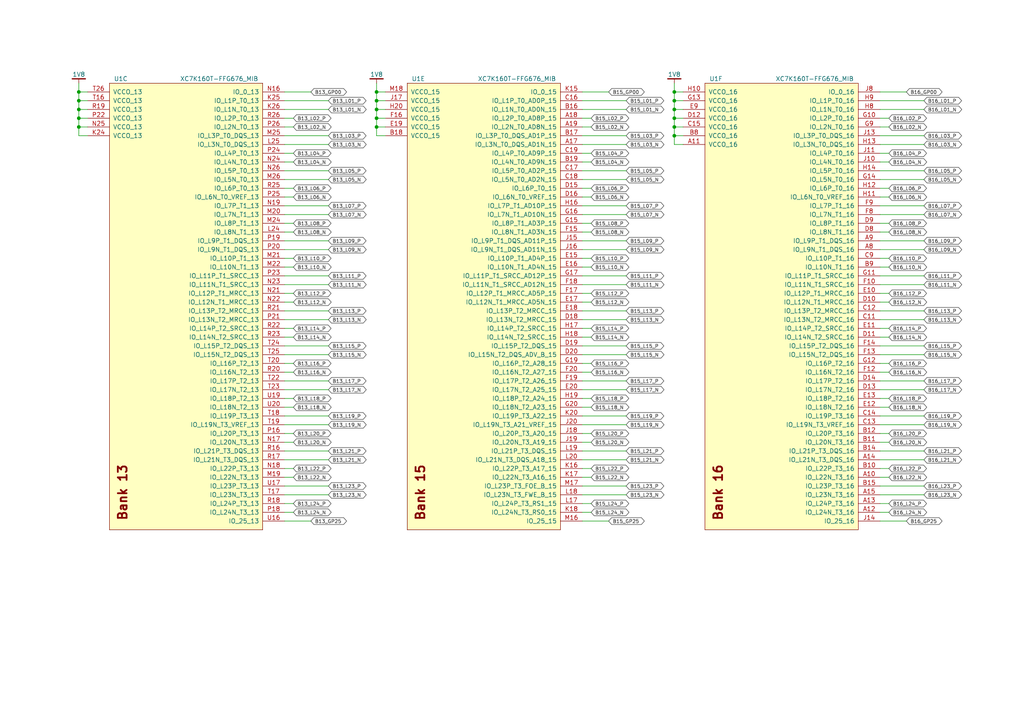
<source format=kicad_sch>
(kicad_sch (version 20230121) (generator eeschema)
  (paper "A4")
  (title_block (title "FPGA Banks 13 & 15 & 16 I/O") (date "2023-12-26") (rev "A") (company "Jordan Harris-Toovy") (comment 1 "Mainboard for Capstone Project at Oregon Tech"))
  (junction (at 22.86 36.83))
  (junction (at 109.22 34.29))
  (junction (at 22.86 34.29))
  (junction (at 195.58 36.83))
  (junction (at 195.58 34.29))
  (junction (at 195.58 29.21))
  (junction (at 22.86 31.75))
  (junction (at 109.22 31.75))
  (junction (at 22.86 26.67))
  (junction (at 22.86 29.21))
  (junction (at 109.22 26.67))
  (junction (at 195.58 26.67))
  (junction (at 195.58 31.75))
  (junction (at 195.58 39.37))
  (junction (at 109.22 29.21))
  (junction (at 109.22 36.83))
  (wire (pts (xy 22.86 39.37) (xy 22.86 36.83)))
  (wire (pts (xy 82.55 120.65) (xy 95.25 120.65)))
  (wire (pts (xy 82.55 143.51) (xy 95.25 143.51)))
  (wire (pts (xy 168.91 74.93) (xy 171.45 74.93)))
  (wire (pts (xy 168.91 128.27) (xy 171.45 128.27)))
  (wire (pts (xy 255.27 97.79) (xy 257.81 97.79)))
  (wire (pts (xy 82.55 62.23) (xy 95.25 62.23)))
  (wire (pts (xy 82.55 80.01) (xy 95.25 80.01)))
  (wire (pts (xy 168.91 87.63) (xy 171.45 87.63)))
  (wire (pts (xy 255.27 113.03) (xy 267.97 113.03)))
  (wire (pts (xy 255.27 46.99) (xy 257.81 46.99)))
  (wire (pts (xy 255.27 69.85) (xy 267.97 69.85)))
  (wire (pts (xy 168.91 135.89) (xy 171.45 135.89)))
  (wire (pts (xy 255.27 41.91) (xy 267.97 41.91)))
  (wire (pts (xy 109.22 39.37) (xy 109.22 36.83)))
  (wire (pts (xy 82.55 31.75) (xy 95.25 31.75)))
  (wire (pts (xy 255.27 118.11) (xy 257.81 118.11)))
  (wire (pts (xy 82.55 138.43) (xy 85.09 138.43)))
  (wire (pts (xy 255.27 128.27) (xy 257.81 128.27)))
  (wire (pts (xy 25.4 29.21) (xy 22.86 29.21)))
  (wire (pts (xy 168.91 41.91) (xy 181.61 41.91)))
  (wire (pts (xy 168.91 44.45) (xy 171.45 44.45)))
  (wire (pts (xy 198.12 39.37) (xy 195.58 39.37)))
  (wire (pts (xy 168.91 39.37) (xy 181.61 39.37)))
  (wire (pts (xy 168.91 148.59) (xy 171.45 148.59)))
  (wire (pts (xy 198.12 29.21) (xy 195.58 29.21)))
  (wire (pts (xy 82.55 107.95) (xy 85.09 107.95)))
  (wire (pts (xy 255.27 138.43) (xy 257.81 138.43)))
  (wire (pts (xy 82.55 90.17) (xy 95.25 90.17)))
  (wire (pts (xy 22.86 34.29) (xy 22.86 31.75)))
  (wire (pts (xy 168.91 36.83) (xy 171.45 36.83)))
  (wire (pts (xy 82.55 41.91) (xy 95.25 41.91)))
  (wire (pts (xy 82.55 115.57) (xy 85.09 115.57)))
  (wire (pts (xy 82.55 64.77) (xy 85.09 64.77)))
  (wire (pts (xy 111.76 34.29) (xy 109.22 34.29)))
  (wire (pts (xy 82.55 59.69) (xy 95.25 59.69)))
  (wire (pts (xy 82.55 49.53) (xy 95.25 49.53)))
  (wire (pts (xy 168.91 64.77) (xy 171.45 64.77)))
  (wire (pts (xy 255.27 67.31) (xy 257.81 67.31)))
  (wire (pts (xy 82.55 92.71) (xy 95.25 92.71)))
  (wire (pts (xy 195.58 29.21) (xy 195.58 26.67)))
  (wire (pts (xy 176.53 26.67) (xy 168.91 26.67)))
  (wire (pts (xy 168.91 85.09) (xy 171.45 85.09)))
  (wire (pts (xy 255.27 72.39) (xy 267.97 72.39)))
  (wire (pts (xy 168.91 49.53) (xy 181.61 49.53)))
  (wire (pts (xy 82.55 57.15) (xy 85.09 57.15)))
  (wire (pts (xy 168.91 62.23) (xy 181.61 62.23)))
  (wire (pts (xy 168.91 77.47) (xy 171.45 77.47)))
  (wire (pts (xy 111.76 36.83) (xy 109.22 36.83)))
  (wire (pts (xy 255.27 100.33) (xy 267.97 100.33)))
  (wire (pts (xy 25.4 36.83) (xy 22.86 36.83)))
  (wire (pts (xy 82.55 110.49) (xy 95.25 110.49)))
  (wire (pts (xy 168.91 54.61) (xy 171.45 54.61)))
  (wire (pts (xy 255.27 115.57) (xy 257.81 115.57)))
  (wire (pts (xy 255.27 57.15) (xy 257.81 57.15)))
  (wire (pts (xy 109.22 31.75) (xy 109.22 29.21)))
  (wire (pts (xy 22.86 26.67) (xy 25.4 26.67)))
  (wire (pts (xy 82.55 130.81) (xy 95.25 130.81)))
  (wire (pts (xy 255.27 130.81) (xy 267.97 130.81)))
  (wire (pts (xy 255.27 110.49) (xy 267.97 110.49)))
  (wire (pts (xy 255.27 92.71) (xy 267.97 92.71)))
  (wire (pts (xy 168.91 118.11) (xy 171.45 118.11)))
  (wire (pts (xy 255.27 105.41) (xy 257.81 105.41)))
  (wire (pts (xy 255.27 74.93) (xy 257.81 74.93)))
  (wire (pts (xy 168.91 72.39) (xy 181.61 72.39)))
  (wire (pts (xy 168.91 31.75) (xy 181.61 31.75)))
  (wire (pts (xy 82.55 118.11) (xy 85.09 118.11)))
  (wire (pts (xy 25.4 39.37) (xy 22.86 39.37)))
  (wire (pts (xy 255.27 120.65) (xy 267.97 120.65)))
  (wire (pts (xy 255.27 29.21) (xy 267.97 29.21)))
  (wire (pts (xy 168.91 115.57) (xy 171.45 115.57)))
  (wire (pts (xy 168.91 69.85) (xy 181.61 69.85)))
  (wire (pts (xy 198.12 36.83) (xy 195.58 36.83)))
  (wire (pts (xy 262.89 26.67) (xy 255.27 26.67)))
  (wire (pts (xy 82.55 74.93) (xy 85.09 74.93)))
  (wire (pts (xy 82.55 69.85) (xy 95.25 69.85)))
  (wire (pts (xy 82.55 146.05) (xy 85.09 146.05)))
  (wire (pts (xy 82.55 148.59) (xy 85.09 148.59)))
  (wire (pts (xy 111.76 29.21) (xy 109.22 29.21)))
  (wire (pts (xy 111.76 31.75) (xy 109.22 31.75)))
  (wire (pts (xy 168.91 67.31) (xy 171.45 67.31)))
  (wire (pts (xy 109.22 34.29) (xy 109.22 36.83)))
  (wire (pts (xy 82.55 128.27) (xy 85.09 128.27)))
  (wire (pts (xy 168.91 138.43) (xy 171.45 138.43)))
  (wire (pts (xy 82.55 77.47) (xy 85.09 77.47)))
  (wire (pts (xy 82.55 82.55) (xy 95.25 82.55)))
  (wire (pts (xy 168.91 29.21) (xy 181.61 29.21)))
  (wire (pts (xy 168.91 133.35) (xy 181.61 133.35)))
  (wire (pts (xy 168.91 52.07) (xy 181.61 52.07)))
  (wire (pts (xy 82.55 34.29) (xy 85.09 34.29)))
  (wire (pts (xy 168.91 120.65) (xy 181.61 120.65)))
  (wire (pts (xy 195.58 34.29) (xy 195.58 36.83)))
  (wire (pts (xy 82.55 29.21) (xy 95.25 29.21)))
  (wire (pts (xy 168.91 105.41) (xy 171.45 105.41)))
  (wire (pts (xy 255.27 102.87) (xy 267.97 102.87)))
  (wire (pts (xy 198.12 31.75) (xy 195.58 31.75)))
  (wire (pts (xy 168.91 100.33) (xy 181.61 100.33)))
  (wire (pts (xy 255.27 36.83) (xy 257.81 36.83)))
  (wire (pts (xy 198.12 34.29) (xy 195.58 34.29)))
  (wire (pts (xy 168.91 90.17) (xy 181.61 90.17)))
  (wire (pts (xy 82.55 95.25) (xy 85.09 95.25)))
  (wire (pts (xy 255.27 143.51) (xy 267.97 143.51)))
  (wire (pts (xy 109.22 34.29) (xy 109.22 31.75)))
  (wire (pts (xy 22.86 34.29) (xy 22.86 36.83)))
  (wire (pts (xy 82.55 102.87) (xy 95.25 102.87)))
  (wire (pts (xy 255.27 34.29) (xy 257.81 34.29)))
  (wire (pts (xy 255.27 62.23) (xy 267.97 62.23)))
  (wire (pts (xy 168.91 82.55) (xy 181.61 82.55)))
  (wire (pts (xy 168.91 107.95) (xy 171.45 107.95)))
  (wire (pts (xy 168.91 130.81) (xy 181.61 130.81)))
  (wire (pts (xy 22.86 29.21) (xy 22.86 26.67)))
  (wire (pts (xy 255.27 133.35) (xy 267.97 133.35)))
  (wire (pts (xy 168.91 80.01) (xy 181.61 80.01)))
  (wire (pts (xy 176.53 151.13) (xy 168.91 151.13)))
  (wire (pts (xy 90.17 26.67) (xy 82.55 26.67)))
  (wire (pts (xy 82.55 36.83) (xy 85.09 36.83)))
  (wire (pts (xy 82.55 87.63) (xy 85.09 87.63)))
  (wire (pts (xy 22.86 31.75) (xy 22.86 29.21)))
  (wire (pts (xy 195.58 24.13) (xy 195.58 26.67)))
  (wire (pts (xy 255.27 52.07) (xy 267.97 52.07)))
  (wire (pts (xy 255.27 49.53) (xy 267.97 49.53)))
  (wire (pts (xy 168.91 97.79) (xy 171.45 97.79)))
  (wire (pts (xy 255.27 107.95) (xy 257.81 107.95)))
  (wire (pts (xy 22.86 24.13) (xy 22.86 26.67)))
  (wire (pts (xy 111.76 39.37) (xy 109.22 39.37)))
  (wire (pts (xy 82.55 140.97) (xy 95.25 140.97)))
  (wire (pts (xy 255.27 95.25) (xy 257.81 95.25)))
  (wire (pts (xy 82.55 67.31) (xy 85.09 67.31)))
  (wire (pts (xy 82.55 97.79) (xy 85.09 97.79)))
  (wire (pts (xy 168.91 143.51) (xy 181.61 143.51)))
  (wire (pts (xy 82.55 135.89) (xy 85.09 135.89)))
  (wire (pts (xy 82.55 105.41) (xy 85.09 105.41)))
  (wire (pts (xy 90.17 151.13) (xy 82.55 151.13)))
  (wire (pts (xy 168.91 123.19) (xy 181.61 123.19)))
  (wire (pts (xy 82.55 125.73) (xy 85.09 125.73)))
  (wire (pts (xy 168.91 102.87) (xy 181.61 102.87)))
  (wire (pts (xy 82.55 52.07) (xy 95.25 52.07)))
  (wire (pts (xy 168.91 57.15) (xy 171.45 57.15)))
  (wire (pts (xy 255.27 59.69) (xy 267.97 59.69)))
  (wire (pts (xy 255.27 125.73) (xy 257.81 125.73)))
  (wire (pts (xy 195.58 31.75) (xy 195.58 29.21)))
  (wire (pts (xy 255.27 54.61) (xy 257.81 54.61)))
  (wire (pts (xy 168.91 140.97) (xy 181.61 140.97)))
  (wire (pts (xy 25.4 34.29) (xy 22.86 34.29)))
  (wire (pts (xy 262.89 151.13) (xy 255.27 151.13)))
  (wire (pts (xy 255.27 90.17) (xy 267.97 90.17)))
  (wire (pts (xy 168.91 113.03) (xy 181.61 113.03)))
  (wire (pts (xy 195.58 34.29) (xy 195.58 31.75)))
  (wire (pts (xy 195.58 39.37) (xy 195.58 36.83)))
  (wire (pts (xy 168.91 95.25) (xy 171.45 95.25)))
  (wire (pts (xy 109.22 26.67) (xy 111.76 26.67)))
  (wire (pts (xy 255.27 80.01) (xy 267.97 80.01)))
  (wire (pts (xy 82.55 85.09) (xy 85.09 85.09)))
  (wire (pts (xy 255.27 148.59) (xy 257.81 148.59)))
  (wire (pts (xy 168.91 59.69) (xy 181.61 59.69)))
  (wire (pts (xy 195.58 41.91) (xy 195.58 39.37)))
  (wire (pts (xy 82.55 133.35) (xy 95.25 133.35)))
  (wire (pts (xy 255.27 82.55) (xy 267.97 82.55)))
  (wire (pts (xy 168.91 125.73) (xy 171.45 125.73)))
  (wire (pts (xy 82.55 100.33) (xy 95.25 100.33)))
  (wire (pts (xy 255.27 44.45) (xy 257.81 44.45)))
  (wire (pts (xy 82.55 39.37) (xy 95.25 39.37)))
  (wire (pts (xy 255.27 85.09) (xy 257.81 85.09)))
  (wire (pts (xy 255.27 87.63) (xy 257.81 87.63)))
  (wire (pts (xy 82.55 46.99) (xy 85.09 46.99)))
  (wire (pts (xy 255.27 146.05) (xy 257.81 146.05)))
  (wire (pts (xy 255.27 123.19) (xy 267.97 123.19)))
  (wire (pts (xy 195.58 26.67) (xy 198.12 26.67)))
  (wire (pts (xy 109.22 29.21) (xy 109.22 26.67)))
  (wire (pts (xy 168.91 146.05) (xy 171.45 146.05)))
  (wire (pts (xy 255.27 77.47) (xy 257.81 77.47)))
  (wire (pts (xy 82.55 44.45) (xy 85.09 44.45)))
  (wire (pts (xy 82.55 72.39) (xy 95.25 72.39)))
  (wire (pts (xy 255.27 39.37) (xy 267.97 39.37)))
  (wire (pts (xy 168.91 110.49) (xy 181.61 110.49)))
  (wire (pts (xy 255.27 135.89) (xy 257.81 135.89)))
  (wire (pts (xy 255.27 64.77) (xy 257.81 64.77)))
  (wire (pts (xy 82.55 123.19) (xy 95.25 123.19)))
  (wire (pts (xy 82.55 113.03) (xy 95.25 113.03)))
  (wire (pts (xy 255.27 140.97) (xy 267.97 140.97)))
  (wire (pts (xy 255.27 31.75) (xy 267.97 31.75)))
  (wire (pts (xy 198.12 41.91) (xy 195.58 41.91)))
  (wire (pts (xy 168.91 34.29) (xy 171.45 34.29)))
  (wire (pts (xy 168.91 92.71) (xy 181.61 92.71)))
  (wire (pts (xy 25.4 31.75) (xy 22.86 31.75)))
  (wire (pts (xy 109.22 24.13) (xy 109.22 26.67)))
  (wire (pts (xy 82.55 54.61) (xy 85.09 54.61)))
  (wire (pts (xy 168.91 46.99) (xy 171.45 46.99)))
  (global_label "B16_L04_N" (shape bidirectional) (at 257.81 46.99 0) (effects (font (size 1 1))) (property "Intersheetrefs" "${INTERSHEET_REFS}" (effects hide)))
  (global_label "B16_L15_P" (shape bidirectional) (at 267.97 100.33 0) (effects (font (size 1 1))) (property "Intersheetrefs" "${INTERSHEET_REFS}" (effects hide)))
  (global_label "B15_L09_P" (shape bidirectional) (at 181.61 69.85 0) (effects (font (size 1 1))) (property "Intersheetrefs" "${INTERSHEET_REFS}" (effects hide)))
  (global_label "B13_L17_P" (shape bidirectional) (at 95.25 110.49 0) (effects (font (size 1 1))) (property "Intersheetrefs" "${INTERSHEET_REFS}" (effects hide)))
  (global_label "B13_L14_P" (shape bidirectional) (at 85.09 95.25 0) (effects (font (size 1 1))) (property "Intersheetrefs" "${INTERSHEET_REFS}" (effects hide)))
  (global_label "B13_L21_N" (shape bidirectional) (at 95.25 133.35 0) (effects (font (size 1 1))) (property "Intersheetrefs" "${INTERSHEET_REFS}" (effects hide)))
  (global_label "B16_L03_N" (shape bidirectional) (at 267.97 41.91 0) (effects (font (size 1 1))) (property "Intersheetrefs" "${INTERSHEET_REFS}" (effects hide)))
  (global_label "B16_L19_N" (shape bidirectional) (at 267.97 123.19 0) (effects (font (size 1 1))) (property "Intersheetrefs" "${INTERSHEET_REFS}" (effects hide)))
  (global_label "B13_L03_N" (shape bidirectional) (at 95.25 41.91 0) (effects (font (size 1 1))) (property "Intersheetrefs" "${INTERSHEET_REFS}" (effects hide)))
  (global_label "B16_L23_P" (shape bidirectional) (at 267.97 140.97 0) (effects (font (size 1 1))) (property "Intersheetrefs" "${INTERSHEET_REFS}" (effects hide)))
  (global_label "B13_L05_P" (shape bidirectional) (at 95.25 49.53 0) (effects (font (size 1 1))) (property "Intersheetrefs" "${INTERSHEET_REFS}" (effects hide)))
  (global_label "B16_L14_N" (shape bidirectional) (at 257.81 97.79 0) (effects (font (size 1 1))) (property "Intersheetrefs" "${INTERSHEET_REFS}" (effects hide)))
  (global_label "B13_L05_N" (shape bidirectional) (at 95.25 52.07 0) (effects (font (size 1 1))) (property "Intersheetrefs" "${INTERSHEET_REFS}" (effects hide)))
  (global_label "B15_GP00" (shape bidirectional) (at 176.53 26.67 0) (effects (font (size 1 1))) (property "Intersheetrefs" "${INTERSHEET_REFS}" (effects hide)))
  (global_label "B16_L13_P" (shape bidirectional) (at 267.97 90.17 0) (effects (font (size 1 1))) (property "Intersheetrefs" "${INTERSHEET_REFS}" (effects hide)))
  (global_label "B13_L11_P" (shape bidirectional) (at 95.25 80.01 0) (effects (font (size 1 1))) (property "Intersheetrefs" "${INTERSHEET_REFS}" (effects hide)))
  (global_label "B13_L24_N" (shape bidirectional) (at 85.09 148.59 0) (effects (font (size 1 1))) (property "Intersheetrefs" "${INTERSHEET_REFS}" (effects hide)))
  (global_label "B16_L22_P" (shape bidirectional) (at 257.81 135.89 0) (effects (font (size 1 1))) (property "Intersheetrefs" "${INTERSHEET_REFS}" (effects hide)))
  (global_label "B15_L16_N" (shape bidirectional) (at 171.45 107.95 0) (effects (font (size 1 1))) (property "Intersheetrefs" "${INTERSHEET_REFS}" (effects hide)))
  (global_label "B16_L14_P" (shape bidirectional) (at 257.81 95.25 0) (effects (font (size 1 1))) (property "Intersheetrefs" "${INTERSHEET_REFS}" (effects hide)))
  (global_label "B13_L18_N" (shape bidirectional) (at 85.09 118.11 0) (effects (font (size 1 1))) (property "Intersheetrefs" "${INTERSHEET_REFS}" (effects hide)))
  (global_label "B15_L15_P" (shape bidirectional) (at 181.61 100.33 0) (effects (font (size 1 1))) (property "Intersheetrefs" "${INTERSHEET_REFS}" (effects hide)))
  (global_label "B13_L04_P" (shape bidirectional) (at 85.09 44.45 0) (effects (font (size 1 1))) (property "Intersheetrefs" "${INTERSHEET_REFS}" (effects hide)))
  (global_label "B16_L06_N" (shape bidirectional) (at 257.81 57.15 0) (effects (font (size 1 1))) (property "Intersheetrefs" "${INTERSHEET_REFS}" (effects hide)))
  (global_label "B13_L07_N" (shape bidirectional) (at 95.25 62.23 0) (effects (font (size 1 1))) (property "Intersheetrefs" "${INTERSHEET_REFS}" (effects hide)))
  (global_label "B15_L13_P" (shape bidirectional) (at 181.61 90.17 0) (effects (font (size 1 1))) (property "Intersheetrefs" "${INTERSHEET_REFS}" (effects hide)))
  (global_label "B15_L05_N" (shape bidirectional) (at 181.61 52.07 0) (effects (font (size 1 1))) (property "Intersheetrefs" "${INTERSHEET_REFS}" (effects hide)))
  (global_label "B15_L24_P" (shape bidirectional) (at 171.45 146.05 0) (effects (font (size 1 1))) (property "Intersheetrefs" "${INTERSHEET_REFS}" (effects hide)))
  (global_label "B15_L11_P" (shape bidirectional) (at 181.61 80.01 0) (effects (font (size 1 1))) (property "Intersheetrefs" "${INTERSHEET_REFS}" (effects hide)))
  (global_label "B15_L04_N" (shape bidirectional) (at 171.45 46.99 0) (effects (font (size 1 1))) (property "Intersheetrefs" "${INTERSHEET_REFS}" (effects hide)))
  (global_label "B13_L15_P" (shape bidirectional) (at 95.25 100.33 0) (effects (font (size 1 1))) (property "Intersheetrefs" "${INTERSHEET_REFS}" (effects hide)))
  (global_label "B16_L15_N" (shape bidirectional) (at 267.97 102.87 0) (effects (font (size 1 1))) (property "Intersheetrefs" "${INTERSHEET_REFS}" (effects hide)))
  (global_label "B15_L01_N" (shape bidirectional) (at 181.61 31.75 0) (effects (font (size 1 1))) (property "Intersheetrefs" "${INTERSHEET_REFS}" (effects hide)))
  (global_label "B16_L11_P" (shape bidirectional) (at 267.97 80.01 0) (effects (font (size 1 1))) (property "Intersheetrefs" "${INTERSHEET_REFS}" (effects hide)))
  (global_label "B15_L17_N" (shape bidirectional) (at 181.61 113.03 0) (effects (font (size 1 1))) (property "Intersheetrefs" "${INTERSHEET_REFS}" (effects hide)))
  (global_label "B13_L07_P" (shape bidirectional) (at 95.25 59.69 0) (effects (font (size 1 1))) (property "Intersheetrefs" "${INTERSHEET_REFS}" (effects hide)))
  (global_label "B13_L24_P" (shape bidirectional) (at 85.09 146.05 0) (effects (font (size 1 1))) (property "Intersheetrefs" "${INTERSHEET_REFS}" (effects hide)))
  (global_label "B15_L06_N" (shape bidirectional) (at 171.45 57.15 0) (effects (font (size 1 1))) (property "Intersheetrefs" "${INTERSHEET_REFS}" (effects hide)))
  (global_label "B16_L21_N" (shape bidirectional) (at 267.97 133.35 0) (effects (font (size 1 1))) (property "Intersheetrefs" "${INTERSHEET_REFS}" (effects hide)))
  (global_label "B16_L09_N" (shape bidirectional) (at 267.97 72.39 0) (effects (font (size 1 1))) (property "Intersheetrefs" "${INTERSHEET_REFS}" (effects hide)))
  (global_label "B16_L02_N" (shape bidirectional) (at 257.81 36.83 0) (effects (font (size 1 1))) (property "Intersheetrefs" "${INTERSHEET_REFS}" (effects hide)))
  (global_label "B13_L01_N" (shape bidirectional) (at 95.25 31.75 0) (effects (font (size 1 1))) (property "Intersheetrefs" "${INTERSHEET_REFS}" (effects hide)))
  (global_label "B13_L08_P" (shape bidirectional) (at 85.09 64.77 0) (effects (font (size 1 1))) (property "Intersheetrefs" "${INTERSHEET_REFS}" (effects hide)))
  (global_label "B15_L09_N" (shape bidirectional) (at 181.61 72.39 0) (effects (font (size 1 1))) (property "Intersheetrefs" "${INTERSHEET_REFS}" (effects hide)))
  (global_label "B13_GP25" (shape bidirectional) (at 90.17 151.13 0) (effects (font (size 1 1))) (property "Intersheetrefs" "${INTERSHEET_REFS}" (effects hide)))
  (global_label "B16_L10_N" (shape bidirectional) (at 257.81 77.47 0) (effects (font (size 1 1))) (property "Intersheetrefs" "${INTERSHEET_REFS}" (effects hide)))
  (global_label "B13_L23_N" (shape bidirectional) (at 95.25 143.51 0) (effects (font (size 1 1))) (property "Intersheetrefs" "${INTERSHEET_REFS}" (effects hide)))
  (global_label "B15_L11_N" (shape bidirectional) (at 181.61 82.55 0) (effects (font (size 1 1))) (property "Intersheetrefs" "${INTERSHEET_REFS}" (effects hide)))
  (global_label "B16_L08_P" (shape bidirectional) (at 257.81 64.77 0) (effects (font (size 1 1))) (property "Intersheetrefs" "${INTERSHEET_REFS}" (effects hide)))
  (global_label "B13_L08_N" (shape bidirectional) (at 85.09 67.31 0) (effects (font (size 1 1))) (property "Intersheetrefs" "${INTERSHEET_REFS}" (effects hide)))
  (global_label "B16_L24_N" (shape bidirectional) (at 257.81 148.59 0) (effects (font (size 1 1))) (property "Intersheetrefs" "${INTERSHEET_REFS}" (effects hide)))
  (global_label "B16_L18_P" (shape bidirectional) (at 257.81 115.57 0) (effects (font (size 1 1))) (property "Intersheetrefs" "${INTERSHEET_REFS}" (effects hide)))
  (global_label "B15_L08_N" (shape bidirectional) (at 171.45 67.31 0) (effects (font (size 1 1))) (property "Intersheetrefs" "${INTERSHEET_REFS}" (effects hide)))
  (global_label "B15_L24_N" (shape bidirectional) (at 171.45 148.59 0) (effects (font (size 1 1))) (property "Intersheetrefs" "${INTERSHEET_REFS}" (effects hide)))
  (global_label "B16_L12_N" (shape bidirectional) (at 257.81 87.63 0) (effects (font (size 1 1))) (property "Intersheetrefs" "${INTERSHEET_REFS}" (effects hide)))
  (global_label "B13_L01_P" (shape bidirectional) (at 95.25 29.21 0) (effects (font (size 1 1))) (property "Intersheetrefs" "${INTERSHEET_REFS}" (effects hide)))
  (global_label "B15_L01_P" (shape bidirectional) (at 181.61 29.21 0) (effects (font (size 1 1))) (property "Intersheetrefs" "${INTERSHEET_REFS}" (effects hide)))
  (global_label "B15_L16_P" (shape bidirectional) (at 171.45 105.41 0) (effects (font (size 1 1))) (property "Intersheetrefs" "${INTERSHEET_REFS}" (effects hide)))
  (global_label "B15_L12_N" (shape bidirectional) (at 171.45 87.63 0) (effects (font (size 1 1))) (property "Intersheetrefs" "${INTERSHEET_REFS}" (effects hide)))
  (global_label "B13_L12_N" (shape bidirectional) (at 85.09 87.63 0) (effects (font (size 1 1))) (property "Intersheetrefs" "${INTERSHEET_REFS}" (effects hide)))
  (global_label "B16_L13_N" (shape bidirectional) (at 267.97 92.71 0) (effects (font (size 1 1))) (property "Intersheetrefs" "${INTERSHEET_REFS}" (effects hide)))
  (global_label "B16_L09_P" (shape bidirectional) (at 267.97 69.85 0) (effects (font (size 1 1))) (property "Intersheetrefs" "${INTERSHEET_REFS}" (effects hide)))
  (global_label "B16_L17_P" (shape bidirectional) (at 267.97 110.49 0) (effects (font (size 1 1))) (property "Intersheetrefs" "${INTERSHEET_REFS}" (effects hide)))
  (global_label "B13_L03_P" (shape bidirectional) (at 95.25 39.37 0) (effects (font (size 1 1))) (property "Intersheetrefs" "${INTERSHEET_REFS}" (effects hide)))
  (global_label "B15_L19_P" (shape bidirectional) (at 181.61 120.65 0) (effects (font (size 1 1))) (property "Intersheetrefs" "${INTERSHEET_REFS}" (effects hide)))
  (global_label "B15_L06_P" (shape bidirectional) (at 171.45 54.61 0) (effects (font (size 1 1))) (property "Intersheetrefs" "${INTERSHEET_REFS}" (effects hide)))
  (global_label "B15_L02_N" (shape bidirectional) (at 171.45 36.83 0) (effects (font (size 1 1))) (property "Intersheetrefs" "${INTERSHEET_REFS}" (effects hide)))
  (global_label "B15_L23_P" (shape bidirectional) (at 181.61 140.97 0) (effects (font (size 1 1))) (property "Intersheetrefs" "${INTERSHEET_REFS}" (effects hide)))
  (global_label "B15_L17_P" (shape bidirectional) (at 181.61 110.49 0) (effects (font (size 1 1))) (property "Intersheetrefs" "${INTERSHEET_REFS}" (effects hide)))
  (global_label "B13_L19_N" (shape bidirectional) (at 95.25 123.19 0) (effects (font (size 1 1))) (property "Intersheetrefs" "${INTERSHEET_REFS}" (effects hide)))
  (global_label "B16_GP00" (shape bidirectional) (at 262.89 26.67 0) (effects (font (size 1 1))) (property "Intersheetrefs" "${INTERSHEET_REFS}" (effects hide)))
  (global_label "B16_L12_P" (shape bidirectional) (at 257.81 85.09 0) (effects (font (size 1 1))) (property "Intersheetrefs" "${INTERSHEET_REFS}" (effects hide)))
  (global_label "B16_L08_N" (shape bidirectional) (at 257.81 67.31 0) (effects (font (size 1 1))) (property "Intersheetrefs" "${INTERSHEET_REFS}" (effects hide)))
  (global_label "B15_L22_P" (shape bidirectional) (at 171.45 135.89 0) (effects (font (size 1 1))) (property "Intersheetrefs" "${INTERSHEET_REFS}" (effects hide)))
  (global_label "B13_L19_P" (shape bidirectional) (at 95.25 120.65 0) (effects (font (size 1 1))) (property "Intersheetrefs" "${INTERSHEET_REFS}" (effects hide)))
  (global_label "B16_L07_P" (shape bidirectional) (at 267.97 59.69 0) (effects (font (size 1 1))) (property "Intersheetrefs" "${INTERSHEET_REFS}" (effects hide)))
  (global_label "B16_L10_P" (shape bidirectional) (at 257.81 74.93 0) (effects (font (size 1 1))) (property "Intersheetrefs" "${INTERSHEET_REFS}" (effects hide)))
  (global_label "B15_L03_P" (shape bidirectional) (at 181.61 39.37 0) (effects (font (size 1 1))) (property "Intersheetrefs" "${INTERSHEET_REFS}" (effects hide)))
  (global_label "B15_L14_N" (shape bidirectional) (at 171.45 97.79 0) (effects (font (size 1 1))) (property "Intersheetrefs" "${INTERSHEET_REFS}" (effects hide)))
  (global_label "B16_L03_P" (shape bidirectional) (at 267.97 39.37 0) (effects (font (size 1 1))) (property "Intersheetrefs" "${INTERSHEET_REFS}" (effects hide)))
  (global_label "B13_L02_N" (shape bidirectional) (at 85.09 36.83 0) (effects (font (size 1 1))) (property "Intersheetrefs" "${INTERSHEET_REFS}" (effects hide)))
  (global_label "B16_L21_P" (shape bidirectional) (at 267.97 130.81 0) (effects (font (size 1 1))) (property "Intersheetrefs" "${INTERSHEET_REFS}" (effects hide)))
  (global_label "B13_L22_P" (shape bidirectional) (at 85.09 135.89 0) (effects (font (size 1 1))) (property "Intersheetrefs" "${INTERSHEET_REFS}" (effects hide)))
  (global_label "B15_L21_P" (shape bidirectional) (at 181.61 130.81 0) (effects (font (size 1 1))) (property "Intersheetrefs" "${INTERSHEET_REFS}" (effects hide)))
  (global_label "B16_L05_N" (shape bidirectional) (at 267.97 52.07 0) (effects (font (size 1 1))) (property "Intersheetrefs" "${INTERSHEET_REFS}" (effects hide)))
  (global_label "B15_L18_P" (shape bidirectional) (at 171.45 115.57 0) (effects (font (size 1 1))) (property "Intersheetrefs" "${INTERSHEET_REFS}" (effects hide)))
  (global_label "B13_L20_P" (shape bidirectional) (at 85.09 125.73 0) (effects (font (size 1 1))) (property "Intersheetrefs" "${INTERSHEET_REFS}" (effects hide)))
  (global_label "B13_L10_P" (shape bidirectional) (at 85.09 74.93 0) (effects (font (size 1 1))) (property "Intersheetrefs" "${INTERSHEET_REFS}" (effects hide)))
  (global_label "B13_L06_P" (shape bidirectional) (at 85.09 54.61 0) (effects (font (size 1 1))) (property "Intersheetrefs" "${INTERSHEET_REFS}" (effects hide)))
  (global_label "B15_L12_P" (shape bidirectional) (at 171.45 85.09 0) (effects (font (size 1 1))) (property "Intersheetrefs" "${INTERSHEET_REFS}" (effects hide)))
  (global_label "B16_GP25" (shape bidirectional) (at 262.89 151.13 0) (effects (font (size 1 1))) (property "Intersheetrefs" "${INTERSHEET_REFS}" (effects hide)))
  (global_label "B16_L07_N" (shape bidirectional) (at 267.97 62.23 0) (effects (font (size 1 1))) (property "Intersheetrefs" "${INTERSHEET_REFS}" (effects hide)))
  (global_label "B13_L20_N" (shape bidirectional) (at 85.09 128.27 0) (effects (font (size 1 1))) (property "Intersheetrefs" "${INTERSHEET_REFS}" (effects hide)))
  (global_label "B15_L13_N" (shape bidirectional) (at 181.61 92.71 0) (effects (font (size 1 1))) (property "Intersheetrefs" "${INTERSHEET_REFS}" (effects hide)))
  (global_label "B16_L24_P" (shape bidirectional) (at 257.81 146.05 0) (effects (font (size 1 1))) (property "Intersheetrefs" "${INTERSHEET_REFS}" (effects hide)))
  (global_label "B16_L19_P" (shape bidirectional) (at 267.97 120.65 0) (effects (font (size 1 1))) (property "Intersheetrefs" "${INTERSHEET_REFS}" (effects hide)))
  (global_label "B16_L01_P" (shape bidirectional) (at 267.97 29.21 0) (effects (font (size 1 1))) (property "Intersheetrefs" "${INTERSHEET_REFS}" (effects hide)))
  (global_label "B13_L16_N" (shape bidirectional) (at 85.09 107.95 0) (effects (font (size 1 1))) (property "Intersheetrefs" "${INTERSHEET_REFS}" (effects hide)))
  (global_label "B16_L05_P" (shape bidirectional) (at 267.97 49.53 0) (effects (font (size 1 1))) (property "Intersheetrefs" "${INTERSHEET_REFS}" (effects hide)))
  (global_label "B15_L03_N" (shape bidirectional) (at 181.61 41.91 0) (effects (font (size 1 1))) (property "Intersheetrefs" "${INTERSHEET_REFS}" (effects hide)))
  (global_label "B15_L18_N" (shape bidirectional) (at 171.45 118.11 0) (effects (font (size 1 1))) (property "Intersheetrefs" "${INTERSHEET_REFS}" (effects hide)))
  (global_label "B15_L10_P" (shape bidirectional) (at 171.45 74.93 0) (effects (font (size 1 1))) (property "Intersheetrefs" "${INTERSHEET_REFS}" (effects hide)))
  (global_label "B13_L12_P" (shape bidirectional) (at 85.09 85.09 0) (effects (font (size 1 1))) (property "Intersheetrefs" "${INTERSHEET_REFS}" (effects hide)))
  (global_label "B13_L13_P" (shape bidirectional) (at 95.25 90.17 0) (effects (font (size 1 1))) (property "Intersheetrefs" "${INTERSHEET_REFS}" (effects hide)))
  (global_label "B16_L11_N" (shape bidirectional) (at 267.97 82.55 0) (effects (font (size 1 1))) (property "Intersheetrefs" "${INTERSHEET_REFS}" (effects hide)))
  (global_label "B13_L11_N" (shape bidirectional) (at 95.25 82.55 0) (effects (font (size 1 1))) (property "Intersheetrefs" "${INTERSHEET_REFS}" (effects hide)))
  (global_label "B13_L17_N" (shape bidirectional) (at 95.25 113.03 0) (effects (font (size 1 1))) (property "Intersheetrefs" "${INTERSHEET_REFS}" (effects hide)))
  (global_label "B16_L23_N" (shape bidirectional) (at 267.97 143.51 0) (effects (font (size 1 1))) (property "Intersheetrefs" "${INTERSHEET_REFS}" (effects hide)))
  (global_label "B16_L01_N" (shape bidirectional) (at 267.97 31.75 0) (effects (font (size 1 1))) (property "Intersheetrefs" "${INTERSHEET_REFS}" (effects hide)))
  (global_label "B15_L04_P" (shape bidirectional) (at 171.45 44.45 0) (effects (font (size 1 1))) (property "Intersheetrefs" "${INTERSHEET_REFS}" (effects hide)))
  (global_label "B16_L20_P" (shape bidirectional) (at 257.81 125.73 0) (effects (font (size 1 1))) (property "Intersheetrefs" "${INTERSHEET_REFS}" (effects hide)))
  (global_label "B16_L04_P" (shape bidirectional) (at 257.81 44.45 0) (effects (font (size 1 1))) (property "Intersheetrefs" "${INTERSHEET_REFS}" (effects hide)))
  (global_label "B15_L10_N" (shape bidirectional) (at 171.45 77.47 0) (effects (font (size 1 1))) (property "Intersheetrefs" "${INTERSHEET_REFS}" (effects hide)))
  (global_label "B13_L02_P" (shape bidirectional) (at 85.09 34.29 0) (effects (font (size 1 1))) (property "Intersheetrefs" "${INTERSHEET_REFS}" (effects hide)))
  (global_label "B15_L14_P" (shape bidirectional) (at 171.45 95.25 0) (effects (font (size 1 1))) (property "Intersheetrefs" "${INTERSHEET_REFS}" (effects hide)))
  (global_label "B13_L04_N" (shape bidirectional) (at 85.09 46.99 0) (effects (font (size 1 1))) (property "Intersheetrefs" "${INTERSHEET_REFS}" (effects hide)))
  (global_label "B15_L21_N" (shape bidirectional) (at 181.61 133.35 0) (effects (font (size 1 1))) (property "Intersheetrefs" "${INTERSHEET_REFS}" (effects hide)))
  (global_label "B13_L15_N" (shape bidirectional) (at 95.25 102.87 0) (effects (font (size 1 1))) (property "Intersheetrefs" "${INTERSHEET_REFS}" (effects hide)))
  (global_label "B16_L16_P" (shape bidirectional) (at 257.81 105.41 0) (effects (font (size 1 1))) (property "Intersheetrefs" "${INTERSHEET_REFS}" (effects hide)))
  (global_label "B13_L18_P" (shape bidirectional) (at 85.09 115.57 0) (effects (font (size 1 1))) (property "Intersheetrefs" "${INTERSHEET_REFS}" (effects hide)))
  (global_label "B13_GP00" (shape bidirectional) (at 90.17 26.67 0) (effects (font (size 1 1))) (property "Intersheetrefs" "${INTERSHEET_REFS}" (effects hide)))
  (global_label "B13_L09_P" (shape bidirectional) (at 95.25 69.85 0) (effects (font (size 1 1))) (property "Intersheetrefs" "${INTERSHEET_REFS}" (effects hide)))
  (global_label "B16_L06_P" (shape bidirectional) (at 257.81 54.61 0) (effects (font (size 1 1))) (property "Intersheetrefs" "${INTERSHEET_REFS}" (effects hide)))
  (global_label "B15_L22_N" (shape bidirectional) (at 171.45 138.43 0) (effects (font (size 1 1))) (property "Intersheetrefs" "${INTERSHEET_REFS}" (effects hide)))
  (global_label "B15_L15_N" (shape bidirectional) (at 181.61 102.87 0) (effects (font (size 1 1))) (property "Intersheetrefs" "${INTERSHEET_REFS}" (effects hide)))
  (global_label "B13_L10_N" (shape bidirectional) (at 85.09 77.47 0) (effects (font (size 1 1))) (property "Intersheetrefs" "${INTERSHEET_REFS}" (effects hide)))
  (global_label "B16_L16_N" (shape bidirectional) (at 257.81 107.95 0) (effects (font (size 1 1))) (property "Intersheetrefs" "${INTERSHEET_REFS}" (effects hide)))
  (global_label "B15_L08_P" (shape bidirectional) (at 171.45 64.77 0) (effects (font (size 1 1))) (property "Intersheetrefs" "${INTERSHEET_REFS}" (effects hide)))
  (global_label "B13_L23_P" (shape bidirectional) (at 95.25 140.97 0) (effects (font (size 1 1))) (property "Intersheetrefs" "${INTERSHEET_REFS}" (effects hide)))
  (global_label "B13_L21_P" (shape bidirectional) (at 95.25 130.81 0) (effects (font (size 1 1))) (property "Intersheetrefs" "${INTERSHEET_REFS}" (effects hide)))
  (global_label "B15_L02_P" (shape bidirectional) (at 171.45 34.29 0) (effects (font (size 1 1))) (property "Intersheetrefs" "${INTERSHEET_REFS}" (effects hide)))
  (global_label "B16_L02_P" (shape bidirectional) (at 257.81 34.29 0) (effects (font (size 1 1))) (property "Intersheetrefs" "${INTERSHEET_REFS}" (effects hide)))
  (global_label "B15_L05_P" (shape bidirectional) (at 181.61 49.53 0) (effects (font (size 1 1))) (property "Intersheetrefs" "${INTERSHEET_REFS}" (effects hide)))
  (global_label "B16_L17_N" (shape bidirectional) (at 267.97 113.03 0) (effects (font (size 1 1))) (property "Intersheetrefs" "${INTERSHEET_REFS}" (effects hide)))
  (global_label "B15_L07_N" (shape bidirectional) (at 181.61 62.23 0) (effects (font (size 1 1))) (property "Intersheetrefs" "${INTERSHEET_REFS}" (effects hide)))
  (global_label "B15_L23_N" (shape bidirectional) (at 181.61 143.51 0) (effects (font (size 1 1))) (property "Intersheetrefs" "${INTERSHEET_REFS}" (effects hide)))
  (global_label "B15_GP25" (shape bidirectional) (at 176.53 151.13 0) (effects (font (size 1 1))) (property "Intersheetrefs" "${INTERSHEET_REFS}" (effects hide)))
  (global_label "B15_L19_N" (shape bidirectional) (at 181.61 123.19 0) (effects (font (size 1 1))) (property "Intersheetrefs" "${INTERSHEET_REFS}" (effects hide)))
  (global_label "B15_L07_P" (shape bidirectional) (at 181.61 59.69 0) (effects (font (size 1 1))) (property "Intersheetrefs" "${INTERSHEET_REFS}" (effects hide)))
  (global_label "B15_L20_P" (shape bidirectional) (at 171.45 125.73 0) (effects (font (size 1 1))) (property "Intersheetrefs" "${INTERSHEET_REFS}" (effects hide)))
  (global_label "B16_L20_N" (shape bidirectional) (at 257.81 128.27 0) (effects (font (size 1 1))) (property "Intersheetrefs" "${INTERSHEET_REFS}" (effects hide)))
  (global_label "B13_L13_N" (shape bidirectional) (at 95.25 92.71 0) (effects (font (size 1 1))) (property "Intersheetrefs" "${INTERSHEET_REFS}" (effects hide)))
  (global_label "B13_L22_N" (shape bidirectional) (at 85.09 138.43 0) (effects (font (size 1 1))) (property "Intersheetrefs" "${INTERSHEET_REFS}" (effects hide)))
  (global_label "B13_L09_N" (shape bidirectional) (at 95.25 72.39 0) (effects (font (size 1 1))) (property "Intersheetrefs" "${INTERSHEET_REFS}" (effects hide)))
  (global_label "B16_L22_N" (shape bidirectional) (at 257.81 138.43 0) (effects (font (size 1 1))) (property "Intersheetrefs" "${INTERSHEET_REFS}" (effects hide)))
  (global_label "B13_L06_N" (shape bidirectional) (at 85.09 57.15 0) (effects (font (size 1 1))) (property "Intersheetrefs" "${INTERSHEET_REFS}" (effects hide)))
  (global_label "B16_L18_N" (shape bidirectional) (at 257.81 118.11 0) (effects (font (size 1 1))) (property "Intersheetrefs" "${INTERSHEET_REFS}" (effects hide)))
  (global_label "B13_L16_P" (shape bidirectional) (at 85.09 105.41 0) (effects (font (size 1 1))) (property "Intersheetrefs" "${INTERSHEET_REFS}" (effects hide)))
  (global_label "B13_L14_N" (shape bidirectional) (at 85.09 97.79 0) (effects (font (size 1 1))) (property "Intersheetrefs" "${INTERSHEET_REFS}" (effects hide)))
  (global_label "B15_L20_N" (shape bidirectional) (at 171.45 128.27 0) (effects (font (size 1 1))) (property "Intersheetrefs" "${INTERSHEET_REFS}" (effects hide)))
  (symbol (lib_id "Capstone_Library:1V8") (at 109.22 22.86 0) (unit 1) (in_bom no) (on_board no)
    (property "Reference" "#PWR05" (effects hide))
    (property "Value" "1V8" (at 109.22 21.59 0))
    (instances (project "Capstone_Project_Mainboard" (path "" (reference "#PWR05") (unit 1)) (path "" (reference "#PWR07") (unit 1))))
  )
  (symbol (lib_id "Capstone_Library:XC7K160T-FFG676_MIB") (at 53.34 24.13 0) (unit 3)
    (property "Reference" "U1" (at 33.02 22.86 0) (effects (justify left)))
    (property "Value" "XC7K160T-FFG676_MIB" (at 74.93 22.86 0) (effects (justify right)))
    (property "Footprint" "Capstone_Library:Xilinx_FFG676_K7_160T" (effects hide))
    (property "Datasheet" "https://docs.xilinx.com/v/u/en-US/ds182_Kintex_7_Data_Sheet" (effects hide))
    (property "Part Number" "XC7K160T-2FFG676I" (effects hide))
  )
  (symbol (lib_id "Capstone_Library:XC7K160T-FFG676_MIB") (at 139.7 24.13 0) (unit 5)
    (property "Reference" "U1" (at 119.38 22.86 0) (effects (justify left)))
    (property "Value" "XC7K160T-FFG676_MIB" (at 161.29 22.86 0) (effects (justify right)))
    (property "Footprint" "Capstone_Library:Xilinx_FFG676_K7_160T" (effects hide))
    (property "Datasheet" "https://docs.xilinx.com/v/u/en-US/ds182_Kintex_7_Data_Sheet" (effects hide))
    (property "Part Number" "XC7K160T-2FFG676I" (effects hide))
  )
  (symbol (lib_id "Capstone_Library:XC7K160T-FFG676_MIB") (at 226.06 24.13 0) (unit 6)
    (property "Reference" "U1" (at 205.74 22.86 0) (effects (justify left)))
    (property "Value" "XC7K160T-FFG676_MIB" (at 247.65 22.86 0) (effects (justify right)))
    (property "Footprint" "Capstone_Library:Xilinx_FFG676_K7_160T" (effects hide))
    (property "Datasheet" "https://docs.xilinx.com/v/u/en-US/ds182_Kintex_7_Data_Sheet" (effects hide))
    (property "Part Number" "XC7K160T-2FFG676I" (effects hide))
  )
  (symbol (lib_id "Capstone_Library:1V8") (at 195.58 22.86 0) (unit 1) (in_bom no) (on_board no)
    (property "Reference" "#PWR05" (effects hide))
    (property "Value" "1V8" (at 195.58 21.59 0))
    (instances (project "Capstone_Project_Mainboard" (path "" (reference "#PWR05") (unit 1)) (path "" (reference "#PWR08") (unit 1))))
  )
  (symbol (lib_id "Capstone_Library:1V8") (at 22.86 22.86 0) (unit 1) (in_bom no) (on_board no)
    (property "Reference" "#PWR05" (effects hide))
    (property "Value" "1V8" (at 22.86 21.59 0))
    (instances (project "Capstone_Project_Mainboard" (path "" (reference "#PWR05") (unit 1)) (path "" (reference "#PWR06") (unit 1))))
  )
)
</source>
